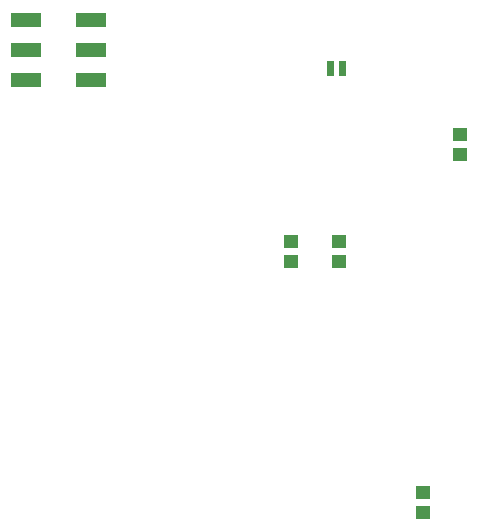
<source format=gtp>
G04 Layer: TopPasteMaskLayer*
G04 EasyEDA v6.1.49, Tue, 11 Jun 2019 08:39:05 GMT*
G04 95c1c70a206543ea8c01bf924e9efc33,195b170a8e6c43a181dcefc3e1346bee,10*
G04 Gerber Generator version 0.2*
G04 Scale: 100 percent, Rotated: No, Reflected: No *
G04 Dimensions in millimeters *
G04 leading zeros omitted , absolute positions ,3 integer and 3 decimal *
%FSLAX33Y33*%
%MOMM*%
G90*
G71D02*


%LPD*%
G36*
G01X28853Y45815D02*
G01X28218Y45815D01*
G01X28218Y47085D01*
G01X28853Y47085D01*
G01X28853Y45815D01*
G37*
G36*
G01X27837Y45815D02*
G01X27202Y45815D01*
G01X27202Y47085D01*
G01X27837Y47085D01*
G01X27837Y45815D01*
G37*
G36*
G01X37900Y38600D02*
G01X37900Y39700D01*
G01X39099Y39700D01*
G01X39099Y38600D01*
G01X37900Y38600D01*
G37*
G36*
G01X37900Y40299D02*
G01X37900Y41399D01*
G01X39099Y41399D01*
G01X39099Y40299D01*
G01X37900Y40299D01*
G37*
G36*
G01X27607Y29521D02*
G01X27607Y30620D01*
G01X28806Y30620D01*
G01X28806Y29521D01*
G01X27607Y29521D01*
G37*
G36*
G01X27607Y31220D02*
G01X27607Y32320D01*
G01X28806Y32320D01*
G01X28806Y31220D01*
G01X27607Y31220D01*
G37*
G36*
G01X24805Y32322D02*
G01X24805Y31222D01*
G01X23607Y31222D01*
G01X23607Y32322D01*
G01X24805Y32322D01*
G37*
G36*
G01X24805Y30623D02*
G01X24805Y29523D01*
G01X23607Y29523D01*
G01X23607Y30623D01*
G01X24805Y30623D01*
G37*
G36*
G01X35959Y11050D02*
G01X35959Y9950D01*
G01X34760Y9950D01*
G01X34760Y11050D01*
G01X35959Y11050D01*
G37*
G36*
G01X35959Y9350D02*
G01X35959Y8251D01*
G01X34760Y8251D01*
G01X34760Y9350D01*
G01X35959Y9350D01*
G37*
G36*
G01X2999Y51140D02*
G01X2999Y49940D01*
G01X499Y49940D01*
G01X499Y51140D01*
G01X2999Y51140D01*
G37*
G36*
G01X2999Y48600D02*
G01X2999Y47400D01*
G01X499Y47400D01*
G01X499Y48600D01*
G01X2999Y48600D01*
G37*
G36*
G01X2999Y46060D02*
G01X2999Y44860D01*
G01X499Y44860D01*
G01X499Y46060D01*
G01X2999Y46060D01*
G37*
G36*
G01X8500Y51140D02*
G01X8500Y49940D01*
G01X6000Y49940D01*
G01X6000Y51140D01*
G01X8500Y51140D01*
G37*
G36*
G01X8500Y48600D02*
G01X8500Y47400D01*
G01X6000Y47400D01*
G01X6000Y48600D01*
G01X8500Y48600D01*
G37*
G36*
G01X8499Y46060D02*
G01X8499Y44860D01*
G01X5999Y44860D01*
G01X5999Y46060D01*
G01X8499Y46060D01*
G37*
M00*
M02*

</source>
